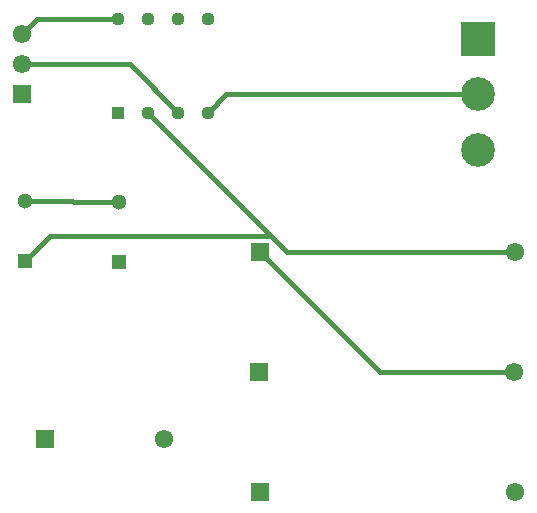
<source format=gbl>
G04*
G04 #@! TF.GenerationSoftware,Altium Limited,Altium Designer,21.0.3 (12)*
G04*
G04 Layer_Physical_Order=2*
G04 Layer_Color=16711680*
%FSLAX25Y25*%
%MOIN*%
G70*
G04*
G04 #@! TF.SameCoordinates,1F937BB2-0F7F-430D-ABFA-2F21A117A81B*
G04*
G04*
G04 #@! TF.FilePolarity,Positive*
G04*
G01*
G75*
%ADD14R,0.06102X0.06102*%
%ADD15C,0.06102*%
%ADD16R,0.11237X0.11237*%
%ADD17C,0.11237*%
%ADD24C,0.01500*%
%ADD25R,0.05118X0.05118*%
%ADD26C,0.05118*%
%ADD27R,0.04449X0.04449*%
%ADD28C,0.04449*%
%ADD29R,0.06102X0.06102*%
D14*
X201862Y173500D02*
D03*
X202224Y213500D02*
D03*
X130815Y151000D02*
D03*
X202224Y133500D02*
D03*
D15*
X287138Y173500D02*
D03*
X287500Y213500D02*
D03*
X170185Y151000D02*
D03*
X287500Y133500D02*
D03*
X123000Y276000D02*
D03*
Y286000D02*
D03*
D16*
X275000Y284500D02*
D03*
D17*
Y266000D02*
D03*
Y247500D02*
D03*
D24*
X140300Y230000D02*
X155500D01*
X139800Y230500D02*
X140300Y230000D01*
X124000Y230500D02*
X139800D01*
X124000Y210500D02*
X132300Y218800D01*
X206070D01*
X211370Y213500D01*
X165000Y259870D02*
X206070Y218800D01*
X211370Y213500D02*
X287500D01*
X191130Y266000D02*
X275000D01*
X185000Y259870D02*
X191130Y266000D01*
X128130Y291130D02*
X155000D01*
X123000Y286000D02*
X128130Y291130D01*
X242224Y173500D02*
X287138D01*
X202224Y213500D02*
X242224Y173500D01*
X123000Y276000D02*
X158870D01*
X175000Y259870D01*
D25*
X155500Y210000D02*
D03*
X124000Y210500D02*
D03*
D26*
X155500Y230000D02*
D03*
X124000Y230500D02*
D03*
D27*
X155000Y259870D02*
D03*
D28*
X165000D02*
D03*
X175000D02*
D03*
X185000D02*
D03*
Y291130D02*
D03*
X175000D02*
D03*
X165000D02*
D03*
X155000D02*
D03*
D29*
X123000Y266000D02*
D03*
M02*

</source>
